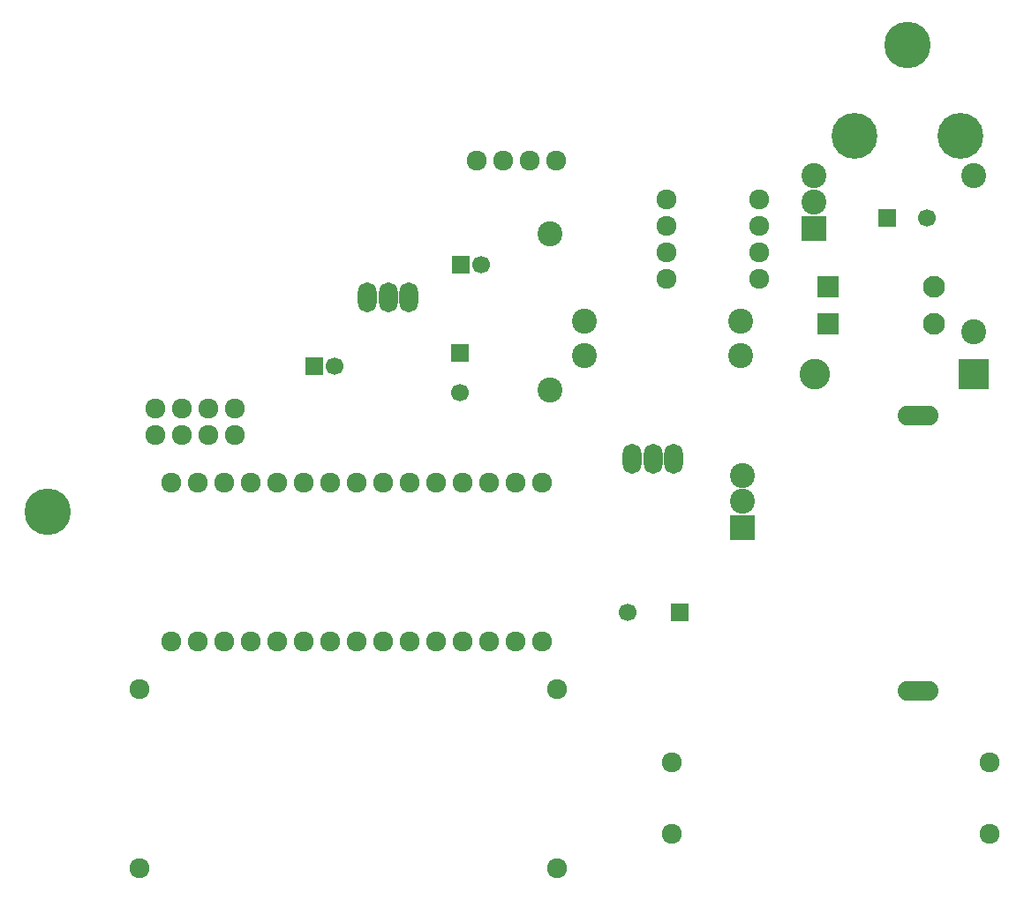
<source format=gbs>
G04 #@! TF.FileFunction,Soldermask,Bot*
%FSLAX46Y46*%
G04 Gerber Fmt 4.6, Leading zero omitted, Abs format (unit mm)*
G04 Created by KiCad (PCBNEW 4.0.4+dfsg1-stable) date Fri Oct 28 14:45:57 2016*
%MOMM*%
%LPD*%
G01*
G04 APERTURE LIST*
%ADD10C,0.200000*%
%ADD11C,1.924000*%
%ADD12R,1.700000X1.700000*%
%ADD13C,1.700000*%
%ADD14C,2.940000*%
%ADD15R,2.940000X2.940000*%
%ADD16C,2.099260*%
%ADD17R,2.099260X2.099260*%
%ADD18C,4.400500*%
%ADD19C,2.398980*%
%ADD20R,2.400000X2.400000*%
%ADD21C,2.400000*%
%ADD22C,4.464000*%
%ADD23O,1.800000X2.900000*%
%ADD24O,3.900000X1.924000*%
G04 APERTURE END LIST*
D10*
D11*
X44812000Y-69816000D03*
X44812000Y-67276000D03*
X47352000Y-69816000D03*
X47352000Y-67276000D03*
X49892000Y-69816000D03*
X49892000Y-67276000D03*
X52432000Y-69816000D03*
X52432000Y-67276000D03*
D12*
X60052000Y-63212000D03*
D13*
X62052000Y-63212000D03*
D12*
X74100000Y-53500000D03*
D13*
X76100000Y-53500000D03*
D12*
X115000000Y-49000000D03*
D13*
X118800000Y-49000000D03*
D12*
X95104000Y-86834000D03*
D13*
X90104000Y-86834000D03*
D14*
X108056780Y-63976960D03*
D15*
X123296780Y-63976960D03*
D16*
X119488520Y-59145460D03*
D17*
X109328520Y-59145460D03*
D16*
X119488520Y-55589460D03*
D17*
X109328520Y-55589460D03*
D11*
X93834000Y-47210000D03*
X93834000Y-49750000D03*
X93834000Y-52290000D03*
X93834000Y-54830000D03*
X102724000Y-54830000D03*
X102724000Y-52290000D03*
X102724000Y-49750000D03*
X102724000Y-47210000D03*
D18*
X111868000Y-41114000D03*
X122028000Y-41114000D03*
D19*
X123298000Y-44924000D03*
X123298000Y-59924000D03*
X82658000Y-65498000D03*
X82658000Y-50498000D03*
X85960000Y-58894000D03*
X100960000Y-58894000D03*
X100946000Y-62196000D03*
X85946000Y-62196000D03*
D11*
X83240000Y-43540000D03*
X80700000Y-43540000D03*
X78160000Y-43540000D03*
X75620000Y-43540000D03*
X46336000Y-89628000D03*
X48876000Y-89628000D03*
X51416000Y-89628000D03*
X53956000Y-89628000D03*
X56496000Y-89628000D03*
X59036000Y-89628000D03*
X61576000Y-89628000D03*
X64116000Y-89628000D03*
X66656000Y-89628000D03*
X69196000Y-89628000D03*
X71736000Y-89628000D03*
X74276000Y-89628000D03*
X76816000Y-89628000D03*
X79356000Y-89628000D03*
X81896000Y-89628000D03*
X81896000Y-74388000D03*
X79356000Y-74388000D03*
X76816000Y-74388000D03*
X74276000Y-74388000D03*
X71736000Y-74388000D03*
X69196000Y-74388000D03*
X66656000Y-74388000D03*
X64116000Y-74388000D03*
X61576000Y-74388000D03*
X59036000Y-74388000D03*
X56496000Y-74388000D03*
X53956000Y-74388000D03*
X51416000Y-74388000D03*
X48876000Y-74388000D03*
X46336000Y-74388000D03*
D12*
X74000000Y-62000000D03*
D13*
X74000000Y-65800000D03*
D20*
X101092000Y-78740000D03*
D21*
X101092000Y-76200000D03*
X101092000Y-73700000D03*
D20*
X108000000Y-50000000D03*
D21*
X108000000Y-47460000D03*
X108000000Y-44960000D03*
D22*
X34500000Y-77200000D03*
X117000000Y-32400000D03*
D23*
X67164000Y-56608000D03*
X69164000Y-56608000D03*
X65164000Y-56608000D03*
X92564000Y-72102000D03*
X90564000Y-72102000D03*
X94564000Y-72102000D03*
D24*
X117964000Y-67992000D03*
X117964000Y-94392000D03*
D11*
X83374000Y-111440000D03*
X83374000Y-94200000D03*
X43334000Y-94200000D03*
X43334000Y-111440000D03*
X124840000Y-101290000D03*
X124840000Y-108110000D03*
X94360000Y-108110000D03*
X94360000Y-101290000D03*
M02*

</source>
